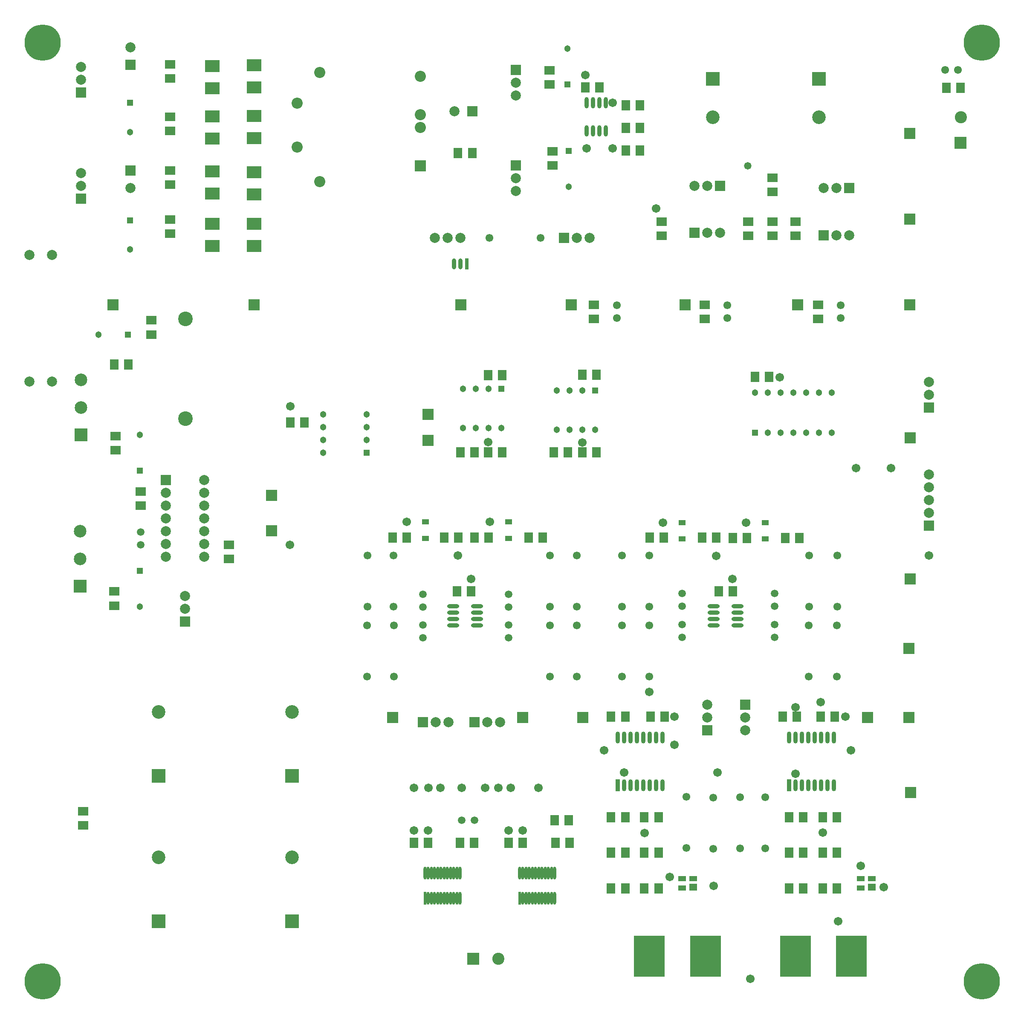
<source format=gts>
%FSLAX24Y24*%
%MOIN*%
G70*
G01*
G75*
G04 Layer_Color=8388736*
%ADD10O,0.0157X0.0906*%
%ADD11R,0.0157X0.0906*%
%ADD12R,0.0252X0.0850*%
%ADD13O,0.0252X0.0850*%
%ADD14R,0.2362X0.3150*%
%ADD15R,0.1083X0.0850*%
%ADD16R,0.0532X0.0472*%
%ADD17R,0.0532X0.0354*%
%ADD18O,0.0866X0.0236*%
%ADD19R,0.0480X0.0358*%
%ADD20R,0.0630X0.0709*%
%ADD21R,0.0709X0.0630*%
%ADD22O,0.0240X0.0800*%
%ADD23C,0.0394*%
%ADD24C,0.0157*%
%ADD25C,0.1969*%
%ADD26C,0.0787*%
%ADD27C,0.0591*%
%ADD28C,0.0236*%
%ADD29C,0.0252*%
%ADD30C,0.0100*%
%ADD31C,0.0276*%
%ADD32C,0.0315*%
%ADD33C,0.1181*%
%ADD34C,0.0709*%
%ADD35R,0.0409X0.2062*%
%ADD36R,0.0285X0.1791*%
%ADD37R,0.0440X0.1575*%
%ADD38R,0.0571X0.1575*%
%ADD39R,0.2325X0.0197*%
%ADD40R,0.1394X0.0989*%
%ADD41R,0.1334X0.0984*%
%ADD42R,0.2987X0.2760*%
%ADD43R,0.1394X0.1772*%
%ADD44R,0.1334X0.4921*%
%ADD45R,0.2866X0.5906*%
%ADD46R,0.2344X0.3937*%
%ADD47R,0.3733X1.1024*%
%ADD48R,0.1969X0.1181*%
%ADD49R,0.1846X0.1575*%
%ADD50R,0.0709X0.0709*%
%ADD51C,0.0709*%
%ADD52O,0.0236X0.0787*%
%ADD53R,0.0236X0.0787*%
%ADD54C,0.0433*%
%ADD55R,0.0433X0.0433*%
%ADD56R,0.0433X0.0433*%
%ADD57R,0.0787X0.0787*%
%ADD58C,0.0787*%
%ADD59C,0.0866*%
%ADD60R,0.0866X0.0866*%
%ADD61R,0.0866X0.0866*%
%ADD62C,0.1063*%
%ADD63C,0.0532*%
%ADD64C,0.0906*%
%ADD65R,0.0906X0.0906*%
%ADD66R,0.0709X0.0709*%
%ADD67C,0.0512*%
%ADD68R,0.0787X0.0787*%
%ADD69C,0.2756*%
%ADD70C,0.0591*%
%ADD71C,0.0984*%
%ADD72R,0.0984X0.0984*%
%ADD73C,0.0500*%
%ADD74C,0.0079*%
%ADD75C,0.0098*%
%ADD76C,0.0050*%
%ADD77C,0.0120*%
%ADD78C,0.0059*%
%ADD79R,0.0748X0.0315*%
%ADD80O,0.0237X0.0986*%
%ADD81R,0.0237X0.0986*%
%ADD82R,0.0332X0.0930*%
%ADD83O,0.0332X0.0930*%
%ADD84R,0.2442X0.3230*%
%ADD85R,0.1163X0.0930*%
%ADD86R,0.0612X0.0552*%
%ADD87R,0.0612X0.0434*%
%ADD88O,0.0946X0.0316*%
%ADD89R,0.0560X0.0438*%
%ADD90R,0.0710X0.0789*%
%ADD91R,0.0789X0.0710*%
%ADD92O,0.0320X0.0880*%
%ADD93R,0.0789X0.0789*%
%ADD94C,0.0789*%
%ADD95O,0.0316X0.0867*%
%ADD96R,0.0316X0.0867*%
%ADD97C,0.0513*%
%ADD98R,0.0513X0.0513*%
%ADD99R,0.0513X0.0513*%
%ADD100R,0.0867X0.0867*%
%ADD101C,0.0867*%
%ADD102C,0.0946*%
%ADD103R,0.0946X0.0946*%
%ADD104R,0.0946X0.0946*%
%ADD105C,0.1143*%
%ADD106C,0.0612*%
%ADD107C,0.0986*%
%ADD108R,0.0986X0.0986*%
%ADD109R,0.0789X0.0789*%
%ADD110C,0.0592*%
%ADD111R,0.0867X0.0867*%
%ADD112C,0.2836*%
%ADD113C,0.0671*%
%ADD114C,0.1064*%
%ADD115R,0.1064X0.1064*%
%ADD116C,0.0580*%
G54D80*
X192872Y62411D02*
D03*
X192622D02*
D03*
X192372D02*
D03*
X192122D02*
D03*
X191872D02*
D03*
X191622D02*
D03*
X191372D02*
D03*
X191122D02*
D03*
X190872D02*
D03*
X190622D02*
D03*
X190372D02*
D03*
X190122D02*
D03*
X192872Y60443D02*
D03*
X192622D02*
D03*
X192372D02*
D03*
X192122D02*
D03*
X191872D02*
D03*
X191622D02*
D03*
X191372D02*
D03*
X191122D02*
D03*
X190872D02*
D03*
X190622D02*
D03*
X190372D02*
D03*
X200272Y62411D02*
D03*
X200022D02*
D03*
X199772D02*
D03*
X199522D02*
D03*
X199272D02*
D03*
X199022D02*
D03*
X198772D02*
D03*
X198522D02*
D03*
X198272D02*
D03*
X198022D02*
D03*
X197772D02*
D03*
X197522D02*
D03*
X200272Y60443D02*
D03*
X200022D02*
D03*
X199772D02*
D03*
X199522D02*
D03*
X199272D02*
D03*
X199022D02*
D03*
X198772D02*
D03*
X198522D02*
D03*
X198272D02*
D03*
X198022D02*
D03*
X197772D02*
D03*
G54D81*
X190122D02*
D03*
X197522D02*
D03*
G54D82*
X205203Y69270D02*
D03*
X218603D02*
D03*
G54D83*
X205703D02*
D03*
X206203D02*
D03*
X206703D02*
D03*
X207203D02*
D03*
X207703D02*
D03*
X208203D02*
D03*
X208703D02*
D03*
X205203Y72998D02*
D03*
X205703D02*
D03*
X206203D02*
D03*
X206703D02*
D03*
X207203D02*
D03*
X207703D02*
D03*
X208203D02*
D03*
X208703D02*
D03*
X219103Y69270D02*
D03*
X219603D02*
D03*
X220103D02*
D03*
X220603D02*
D03*
X221103D02*
D03*
X221603D02*
D03*
X222103D02*
D03*
X218603Y72998D02*
D03*
X219103D02*
D03*
X219603D02*
D03*
X220103D02*
D03*
X220603D02*
D03*
X221103D02*
D03*
X221603D02*
D03*
X222103D02*
D03*
G54D84*
X212059Y55906D02*
D03*
X207679D02*
D03*
X223474D02*
D03*
X219094D02*
D03*
G54D85*
X176766Y113173D02*
D03*
Y111441D02*
D03*
Y117223D02*
D03*
Y115491D02*
D03*
X173516Y113173D02*
D03*
Y111441D02*
D03*
Y115541D02*
D03*
Y117273D02*
D03*
X176766Y121623D02*
D03*
Y119891D02*
D03*
Y125573D02*
D03*
Y123841D02*
D03*
X173516Y121573D02*
D03*
Y119841D02*
D03*
Y123791D02*
D03*
Y125523D02*
D03*
G54D86*
X211100Y61299D02*
D03*
X225065D02*
D03*
G54D87*
X210234Y61240D02*
D03*
Y61988D02*
D03*
X211100D02*
D03*
X224199Y61240D02*
D03*
Y61988D02*
D03*
X225065D02*
D03*
G54D88*
X194211Y81787D02*
D03*
Y82287D02*
D03*
Y82787D02*
D03*
Y83287D02*
D03*
X192321Y81787D02*
D03*
Y82287D02*
D03*
Y82787D02*
D03*
Y83287D02*
D03*
X214577Y81787D02*
D03*
Y82287D02*
D03*
Y82787D02*
D03*
Y83287D02*
D03*
X212687Y81787D02*
D03*
Y82287D02*
D03*
Y82787D02*
D03*
Y83287D02*
D03*
G54D89*
X190157Y89876D02*
D03*
X190154Y88589D02*
D03*
X196670Y89876D02*
D03*
X196666Y88589D02*
D03*
X210240Y89819D02*
D03*
X210236Y88532D02*
D03*
X216732Y89819D02*
D03*
X216728Y88532D02*
D03*
G54D90*
X202441Y101378D02*
D03*
X203543D02*
D03*
X195078Y101360D02*
D03*
X196180D02*
D03*
X165827Y102165D02*
D03*
X166929D02*
D03*
X193819Y118701D02*
D03*
X192717D02*
D03*
X203779Y123841D02*
D03*
X202677D02*
D03*
X205842Y118898D02*
D03*
X206945D02*
D03*
X189270Y64764D02*
D03*
X190372D02*
D03*
X192725Y88640D02*
D03*
X191622D02*
D03*
X193975Y64764D02*
D03*
X192872D02*
D03*
X196670D02*
D03*
X197772D02*
D03*
X192636Y84430D02*
D03*
X193738D02*
D03*
X199331Y88640D02*
D03*
X198228D02*
D03*
X201436Y64764D02*
D03*
X200333D02*
D03*
X213108Y84430D02*
D03*
X214210D02*
D03*
X212913Y88640D02*
D03*
X211811D02*
D03*
X208386Y64004D02*
D03*
X207283D02*
D03*
X205785Y66786D02*
D03*
X204682D02*
D03*
X205785Y74645D02*
D03*
X204682D02*
D03*
X207756D02*
D03*
X208858D02*
D03*
X208386Y66786D02*
D03*
X207283D02*
D03*
X219409Y88616D02*
D03*
X218307D02*
D03*
X222335Y64004D02*
D03*
X221232D02*
D03*
X219689Y66786D02*
D03*
X218587D02*
D03*
X219213Y74645D02*
D03*
X218110D02*
D03*
X221080D02*
D03*
X222182D02*
D03*
X222335Y66786D02*
D03*
X221232D02*
D03*
X200262Y66535D02*
D03*
X201365D02*
D03*
X206945Y120669D02*
D03*
X205842D02*
D03*
X205842Y122441D02*
D03*
X206945D02*
D03*
X188701Y88640D02*
D03*
X187598D02*
D03*
X195106D02*
D03*
X194004D02*
D03*
X207283Y61220D02*
D03*
X208386D02*
D03*
X204682Y61221D02*
D03*
X205785D02*
D03*
Y64004D02*
D03*
X204682D02*
D03*
X208805Y88640D02*
D03*
X207703D02*
D03*
X221230Y61221D02*
D03*
X222332D02*
D03*
X218587D02*
D03*
X219689D02*
D03*
X219689Y64004D02*
D03*
X218587D02*
D03*
X215313Y88616D02*
D03*
X214210D02*
D03*
X231996Y123822D02*
D03*
X230894D02*
D03*
X195078Y95313D02*
D03*
X196180D02*
D03*
X202441D02*
D03*
X203543D02*
D03*
X179606Y97638D02*
D03*
X180709D02*
D03*
X217047Y101213D02*
D03*
X215945D02*
D03*
X194016Y95313D02*
D03*
X192913D02*
D03*
X201299D02*
D03*
X200197D02*
D03*
G54D91*
X163386Y67244D02*
D03*
Y66142D02*
D03*
X174803Y86980D02*
D03*
Y88083D02*
D03*
X167913Y92244D02*
D03*
Y91142D02*
D03*
X208642Y113331D02*
D03*
Y112229D02*
D03*
X215412Y113331D02*
D03*
Y112229D02*
D03*
X217292Y115687D02*
D03*
Y116790D02*
D03*
X219094Y113331D02*
D03*
Y112229D02*
D03*
X170216Y117359D02*
D03*
Y116257D02*
D03*
Y113504D02*
D03*
Y112402D02*
D03*
Y125659D02*
D03*
Y124557D02*
D03*
Y121559D02*
D03*
Y120457D02*
D03*
X168740Y105630D02*
D03*
Y104528D02*
D03*
X165827Y83328D02*
D03*
Y84430D02*
D03*
X165945Y96575D02*
D03*
Y95472D02*
D03*
X200093Y117757D02*
D03*
Y118860D02*
D03*
X199861Y125193D02*
D03*
Y124091D02*
D03*
X217292Y113331D02*
D03*
Y112229D02*
D03*
X220866Y106843D02*
D03*
Y105740D02*
D03*
X212008Y106862D02*
D03*
Y105760D02*
D03*
X203346Y106862D02*
D03*
Y105760D02*
D03*
G54D92*
X202756Y122638D02*
D03*
X203256D02*
D03*
X203756D02*
D03*
X204256D02*
D03*
Y120438D02*
D03*
X203756D02*
D03*
X203256D02*
D03*
X202756D02*
D03*
G54D93*
X189961Y74213D02*
D03*
X193819Y121968D02*
D03*
X194004Y74213D02*
D03*
X200984Y112069D02*
D03*
X223310Y115982D02*
D03*
X213205Y116142D02*
D03*
X211192Y112485D02*
D03*
X221310Y112288D02*
D03*
X169860Y93143D02*
D03*
G54D94*
X190961Y74213D02*
D03*
X191961D02*
D03*
X167116Y115981D02*
D03*
X192441Y121968D02*
D03*
X167116Y126988D02*
D03*
X229528Y93567D02*
D03*
Y92567D02*
D03*
Y91567D02*
D03*
Y90567D02*
D03*
Y99819D02*
D03*
Y100819D02*
D03*
X195004Y74213D02*
D03*
X196004D02*
D03*
X212192Y74586D02*
D03*
Y75586D02*
D03*
X215157Y74586D02*
D03*
Y73586D02*
D03*
X201984Y112069D02*
D03*
X202984D02*
D03*
X171351Y83087D02*
D03*
Y84087D02*
D03*
X221310Y115982D02*
D03*
X222310D02*
D03*
X211205Y116142D02*
D03*
X212205D02*
D03*
X213192Y112485D02*
D03*
X212192D02*
D03*
X223310Y112288D02*
D03*
X222310D02*
D03*
X163239Y117142D02*
D03*
Y116142D02*
D03*
X163239Y125440D02*
D03*
Y124440D02*
D03*
X169860Y92143D02*
D03*
Y91143D02*
D03*
Y90143D02*
D03*
Y89143D02*
D03*
Y88143D02*
D03*
Y87143D02*
D03*
X172860Y93143D02*
D03*
Y92143D02*
D03*
Y91143D02*
D03*
Y90143D02*
D03*
Y89143D02*
D03*
Y88143D02*
D03*
Y87143D02*
D03*
X192905Y112069D02*
D03*
X191905D02*
D03*
X190905D02*
D03*
X197244Y116732D02*
D03*
Y115732D02*
D03*
Y124213D02*
D03*
Y123213D02*
D03*
X159202Y100859D02*
D03*
Y110739D02*
D03*
X160973D02*
D03*
Y100859D02*
D03*
G54D95*
X192412Y110039D02*
D03*
X192912D02*
D03*
G54D96*
X193412D02*
D03*
G54D97*
X221932Y99990D02*
D03*
X220932D02*
D03*
X219932D02*
D03*
X218932D02*
D03*
X217932D02*
D03*
X216932D02*
D03*
X215932D02*
D03*
X221932Y96850D02*
D03*
X220932D02*
D03*
X219932D02*
D03*
X218932D02*
D03*
X217932D02*
D03*
X216932D02*
D03*
X182177Y98295D02*
D03*
Y97295D02*
D03*
Y96295D02*
D03*
Y95295D02*
D03*
X185583Y98295D02*
D03*
Y97295D02*
D03*
Y96295D02*
D03*
X164606Y104528D02*
D03*
X167067Y111174D02*
D03*
X167067Y120359D02*
D03*
X167829Y83248D02*
D03*
Y96673D02*
D03*
X201365Y116074D02*
D03*
X201281Y126886D02*
D03*
X193101Y97197D02*
D03*
X194101D02*
D03*
X195101D02*
D03*
X196101D02*
D03*
X193101Y100268D02*
D03*
X194101D02*
D03*
X195101D02*
D03*
X202423Y100150D02*
D03*
X201423D02*
D03*
X200423D02*
D03*
X203423Y97079D02*
D03*
X202423D02*
D03*
X201423D02*
D03*
X200423D02*
D03*
G54D98*
X215932Y96850D02*
D03*
X167067Y113458D02*
D03*
X167067Y122642D02*
D03*
X167829Y86043D02*
D03*
Y93878D02*
D03*
X201365Y118869D02*
D03*
X201281Y124091D02*
D03*
X196101Y100268D02*
D03*
X203423Y100150D02*
D03*
G54D99*
X185583Y95295D02*
D03*
X166890Y104528D02*
D03*
G54D100*
X189764Y117707D02*
D03*
X202472Y74586D02*
D03*
X224732Y74586D02*
D03*
X228027Y120257D02*
D03*
X201575Y106850D02*
D03*
X210483Y106850D02*
D03*
X219255Y106850D02*
D03*
X228027D02*
D03*
X165748Y106850D02*
D03*
X176766D02*
D03*
X192938Y106850D02*
D03*
X228027Y113554D02*
D03*
X228111Y68701D02*
D03*
X228064Y96457D02*
D03*
X227953Y74586D02*
D03*
Y79991D02*
D03*
X228064Y85396D02*
D03*
X187598Y74586D02*
D03*
X197760Y74586D02*
D03*
G54D101*
X189764Y120707D02*
D03*
Y121707D02*
D03*
Y124707D02*
D03*
X181884Y116467D02*
D03*
X180124Y119177D02*
D03*
Y122627D02*
D03*
X181884Y124997D02*
D03*
G54D102*
X232026Y121500D02*
D03*
X195872Y55699D02*
D03*
G54D103*
X232016Y119520D02*
D03*
G54D104*
X193892Y55709D02*
D03*
G54D105*
X171407Y105740D02*
D03*
Y97940D02*
D03*
G54D106*
X199166Y112069D02*
D03*
X195166D02*
D03*
X187666Y87235D02*
D03*
Y83235D02*
D03*
X185630D02*
D03*
Y87235D02*
D03*
X185616Y81790D02*
D03*
Y77790D02*
D03*
X187716D02*
D03*
Y81790D02*
D03*
X199916Y87235D02*
D03*
Y83235D02*
D03*
X202016D02*
D03*
Y87235D02*
D03*
Y81790D02*
D03*
Y77790D02*
D03*
X199916D02*
D03*
Y81790D02*
D03*
X207679Y87235D02*
D03*
Y83235D02*
D03*
X205529D02*
D03*
Y87235D02*
D03*
X205529Y81790D02*
D03*
Y77790D02*
D03*
X212683Y68313D02*
D03*
Y64313D02*
D03*
X207679Y77790D02*
D03*
Y81790D02*
D03*
X210583Y64363D02*
D03*
Y68363D02*
D03*
X220182Y87235D02*
D03*
Y83235D02*
D03*
X222382D02*
D03*
Y87235D02*
D03*
X214764Y68339D02*
D03*
Y64339D02*
D03*
X222332Y81790D02*
D03*
Y77790D02*
D03*
X216728Y64339D02*
D03*
Y68339D02*
D03*
X220132Y77790D02*
D03*
Y81790D02*
D03*
X222638Y106799D02*
D03*
Y105799D02*
D03*
X213780Y106799D02*
D03*
Y105799D02*
D03*
X205118Y106799D02*
D03*
Y105799D02*
D03*
X231799Y125228D02*
D03*
X230799D02*
D03*
G54D107*
X163160Y89134D02*
D03*
Y86988D02*
D03*
X163239Y100965D02*
D03*
Y98819D02*
D03*
G54D108*
X163160Y84843D02*
D03*
X163239Y96673D02*
D03*
G54D109*
X167116Y117359D02*
D03*
X167116Y125610D02*
D03*
X229528Y89567D02*
D03*
Y98819D02*
D03*
X212192Y73586D02*
D03*
X215157Y75586D02*
D03*
X171351Y82087D02*
D03*
X163239Y115142D02*
D03*
X163239Y123440D02*
D03*
X197244Y117732D02*
D03*
Y125213D02*
D03*
G54D110*
X167913Y88083D02*
D03*
Y89083D02*
D03*
X189961Y83214D02*
D03*
Y84214D02*
D03*
Y81799D02*
D03*
Y80799D02*
D03*
X196670Y83214D02*
D03*
Y84214D02*
D03*
Y81799D02*
D03*
Y80799D02*
D03*
X210236Y83268D02*
D03*
Y84268D02*
D03*
X210240Y81853D02*
D03*
Y80853D02*
D03*
X217453Y83268D02*
D03*
Y84268D02*
D03*
Y81853D02*
D03*
Y80853D02*
D03*
X194004Y66535D02*
D03*
X193004D02*
D03*
G54D111*
X178150Y89173D02*
D03*
Y91929D02*
D03*
X190354Y96260D02*
D03*
Y98295D02*
D03*
G54D112*
X160236Y53937D02*
D03*
Y127331D02*
D03*
X233661Y127362D02*
D03*
Y53937D02*
D03*
G54D113*
X212992Y70276D02*
D03*
X199000Y69089D02*
D03*
X196850Y69094D02*
D03*
X195866D02*
D03*
X194832D02*
D03*
X193004D02*
D03*
X191339D02*
D03*
X190400D02*
D03*
X189270D02*
D03*
X179559Y88083D02*
D03*
X179606Y98917D02*
D03*
X209646Y74645D02*
D03*
Y72441D02*
D03*
X196670Y65730D02*
D03*
X189270Y65748D02*
D03*
X223004Y74645D02*
D03*
X219103Y75394D02*
D03*
X229528Y87235D02*
D03*
X212913Y87205D02*
D03*
X192717Y87235D02*
D03*
X217882Y101181D02*
D03*
X208203Y114370D02*
D03*
X204802Y119094D02*
D03*
X202756D02*
D03*
X204802Y122642D02*
D03*
X202677Y124803D02*
D03*
X202423Y96063D02*
D03*
X195078Y96127D02*
D03*
X219094Y70180D02*
D03*
X205709Y70276D02*
D03*
X188701Y89876D02*
D03*
X195197D02*
D03*
X208726Y89819D02*
D03*
X215234Y89819D02*
D03*
X204134Y72027D02*
D03*
X223425D02*
D03*
X190372Y65730D02*
D03*
X197760D02*
D03*
X193738Y85396D02*
D03*
X214173D02*
D03*
X223819Y94094D02*
D03*
X226575D02*
D03*
X221080Y75765D02*
D03*
X207679Y76575D02*
D03*
X221232Y65579D02*
D03*
X207286Y65551D02*
D03*
X222441Y58661D02*
D03*
X225984Y61299D02*
D03*
X224213Y62992D02*
D03*
X212700Y61417D02*
D03*
X215551Y54134D02*
D03*
X209252Y62110D02*
D03*
G54D114*
X169291Y75000D02*
D03*
X179724Y63661D02*
D03*
Y75000D02*
D03*
X169291Y63661D02*
D03*
X212642Y121513D02*
D03*
X220942D02*
D03*
G54D115*
X169291Y70000D02*
D03*
X179724Y58661D02*
D03*
Y70000D02*
D03*
X169291Y58661D02*
D03*
X212642Y124513D02*
D03*
X220942D02*
D03*
G54D116*
X215354Y117707D02*
D03*
M02*

</source>
